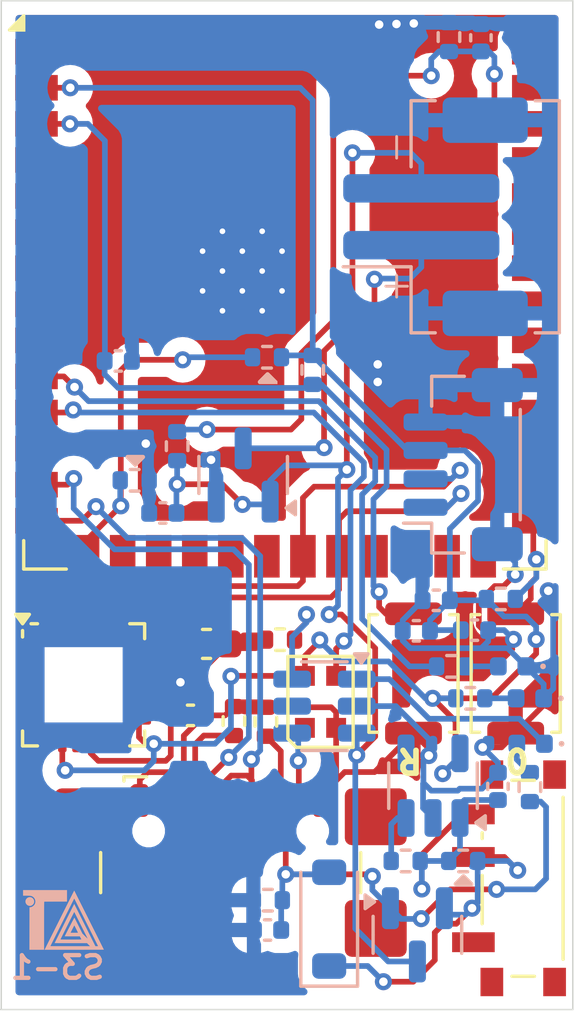
<source format=kicad_pcb>
(kicad_pcb (version 20240108) (generator "pcbnew") (generator_version "8.0")
  (layers (0 "F.Cu" signal) (31 "B.Cu" signal) (34 "B.Paste" user) (35 "F.Paste" user) (36 "B.SilkS" user "B.Silkscreen") (37 "F.SilkS" user "F.Silkscreen") (38 "B.Mask" user) (39 "F.Mask" user) (44 "Edge.Cuts" user))
  (net 0 "")
  (net 1 "EN")
  (net 2 "Net-(U1-CPOUT)")
  (net 3 "Net-(U1-REGOUT)")
  (net 4 "+3.3V")
  (net 5 "5V")
  (net 6 "GND")
  (net 7 "IO2")
  (net 8 "+5V")
  (net 9 "Net-(D4-A)")
  (net 10 "+BATT")
  (net 11 "Net-(D2-A)")
  (net 13 "USB_P")
  (net 16 "Net-(J2-CC2)")
  (net 19 "USB_N")
  (net 21 "Net-(J2-CC1)")
  (net 22 "Net-(D3-A)")
  (net 23 "Net-(D4-K)")
  (net 24 "IO18")
  (net 25 "VBUS")
  (net 27 "IO14")
  (net 28 "IO13")
  (net 29 "Net-(J3-Pin_2)")
  (net 30 "IO0")
  (net 31 "IO3")
  (net 32 "Net-(U3-CE)")
  (net 33 "IO17")
  (net 34 "Net-(U4-PROG)")
  (footprint "LED_SMD:LED_WS2812B-2020_PLCC4_2.0x2.0mm" (layer "F.Cu") (at 88.685 81.75 90)
    (property "Reference" "D5" (hide yes))
    (property "Value" "WS2812B" (hide yes))
  )
  (footprint "Resistor_SMD:R_0402_1005Metric" (layer "F.Cu") (at 85.635 82.425 90)
    (property "Reference" "R15" (hide yes))
    (property "Value" "5.1K" (hide yes))
  )
  (footprint "Button_Switch_SMD:SW_Push_SPST_NO_Alps_SKRK" (layer "F.Cu") (at 91.96 80.75 90)
    (property "Reference" "SW1" (hide yes))
    (property "Value" "SW_Push" (hide yes))
  )
  (footprint "Capacitor_SMD:C_0603_1608Metric" (layer "F.Cu") (at 84.67 79.71)
    (property "Reference" "C2" (hide yes))
    (property "Value" "2.2nF" (hide yes))
  )
  (footprint "Resistor_SMD:R_0402_1005Metric" (layer "F.Cu") (at 87.26 79.56 180)
    (property "Reference" "R13" (hide yes))
    (property "Value" "2K" (hide yes))
  )
  (footprint "Connector_USB:USB_C_Receptacle_GCT_USB4110" (layer "F.Cu") (at 85.52 88.9)
    (property "Reference" "J2" (hide yes))
    (property "Value" "USB_C_Receptacle_USB2.0_16P" (hide yes))
  )
  (footprint "Capacitor_SMD:C_0402_1005Metric" (layer "F.Cu") (at 84.105 82.225)
    (property "Reference" "C3" (hide yes))
    (property "Value" "100nF" (hide yes))
  )
  (footprint "RF_Module:ESP32-S3-WROOM-1" (layer "F.Cu") (at 87.43 64.125)
    (property "Reference" "U2" (hide yes))
    (property "Value" "ESP32-S3-WROOM-1" (hide yes))
  )
  (footprint "Resistor_SMD:R_0402_1005Metric" (layer "F.Cu") (at 86.76 82.45 90)
    (property "Reference" "R14" (hide yes))
    (property "Value" "5.1K" (hide yes))
  )
  (footprint "Button_Switch_SMD:SW_Push_SPST_NO_Alps_SKRK" (layer "F.Cu") (at 95.56 80.75 90)
    (property "Reference" "SW2" (hide yes))
    (property "Value" "SW_Push" (hide yes))
  )
  (footprint "Sensor_Motion:InvenSense_QFN-24_4x4mm_P0.5mm" (layer "F.Cu") (at 80.34 81.15)
    (property "Reference" "U1" (hide yes))
    (property "Value" "MPU-6050" (hide yes))
  )
  (footprint "Button_Switch_SMD:SW_SPDT_PCM12" (layer "F.Cu") (at 95.5 87.96 90)
    (property "Reference" "SW3" (hide yes))
    (property "Value" "SW_Push_SPDT" (hide yes))
  )
  (footprint "Resistor_SMD:R_0402_1005Metric" (layer "B.Cu") (at 93.71 87.35 180)
    (property "Reference" "R11" (hide yes))
    (property "Value" "NC" (hide yes))
  )
  (footprint "Connector_JST:JST_SH_BM04B-SRSS-TB_1x04-1MP_P1.00mm_Vertical" (layer "B.Cu") (at 93.71 73.4 90)
    (property "Reference" "J1" (hide yes))
    (property "Value" "JST SH1.0" (hide yes))
  )
  (footprint "Capacitor_SMD:C_0402_1005Metric" (layer "B.Cu") (at 94.935 84.725 90)
    (property "Reference" "C4" (hide yes))
    (property "Value" "100nF" (hide yes))
  )
  (footprint "Capacitor_SMD:C_0402_1005Metric" (layer "B.Cu") (at 94.335 58.375 90)
    (property "Reference" "C5" (hide yes))
    (property "Value" "100nF" (hide yes))
  )
  (footprint "Resistor_SMD:R_0402_1005Metric" (layer "B.Cu") (at 91.685 87.35)
    (property "Reference" "R6" (hide yes))
    (property "Value" "10K" (hide yes))
  )
  (footprint "Capacitor_SMD:C_0402_1005Metric" (layer "B.Cu") (at 81.56 69.75)
    (property "Reference" "C1" (hide yes))
    (property "Value" "1uF" (hide yes))
  )
  (footprint "Package_TO_SOT_SMD:SOT-23-5" (layer "B.Cu") (at 92.6475 84.7 90)
    (property "Reference" "U3" (hide yes))
    (property "Value" "ME6211C33M5" (hide yes))
  )
  (footprint "Connector_JST:JST_PH_B2B-PH-SM4-TB_1x02-1MP_P2.00mm_Vertical" (layer "B.Cu") (at 92.735 64.675 90)
    (property "Reference" "J3" (hide yes))
    (property "Value" "JST PH2.0" (hide yes))
  )
  (footprint "Package_TO_SOT_SMD:SOT-23" (layer "B.Cu") (at 92.0975 89.95 -90)
    (property "Reference" "Q1" (hide yes))
    (property "Value" "AO3401A" (hide yes))
  )
  (footprint "Resistor_SMD:R_0402_1005Metric" (layer "B.Cu") (at 83.635 72.75 -90)
    (property "Reference" "R7" (hide yes))
    (property "Value" "100K" (hide yes))
  )
  (footprint "Capacitor_SMD:C_0402_1005Metric" (layer "B.Cu") (at 94.11 79.225)
    (property "Reference" "C6" (hide yes))
    (property "Value" "100nF" (hide yes))
  )
  (footprint "Resistor_SMD:R_0402_1005Metric" (layer "B.Cu") (at 93.96 81.625 180)
    (property "Reference" "R9" (hide yes))
    (property "Value" "2K" (hide yes))
  )
  (footprint "Package_TO_SOT_SMD:SOT-23" (layer "B.Cu") (at 85.96 73.7625 90)
    (property "Reference" "Q2" (hide yes))
    (property "Value" "AO3400A" (hide yes))
  )
  (footprint "Package_TO_SOT_SMD:TSOT-23-6" (layer "B.Cu") (at 88.8225 81.9 180)
    (property "Reference" "U4" (hide yes))
    (property "Value" "TP4057" (hide yes))
  )
  (footprint "LED_SMD:LED_0402_1005Metric" (layer "B.Cu") (at 96.085 83.225 180)
    (property "Reference" "D4" (hide yes))
    (property "Value" "Blue" (hide yes))
  )
  (footprint "LED_SMD:LED_0402_1005Metric" (layer "B.Cu") (at 96.06 81.625 180)
    (property "Reference" "D2" (hide yes))
    (property "Value" "RED" (hide yes))
  )
  (footprint "Resistor_SMD:R_0402_1005Metric" (layer "B.Cu") (at 93.21 58.35 -90)
    (property "Reference" "R8" (hide yes))
    (property "Value" "100K" (hide yes))
  )
  (footprint "LED_SMD:LED_0402_1005Metric" (layer "B.Cu") (at 95.4325 80.5 180)
    (property "Reference" "D3" (hide yes))
    (property "Value" "GREEN" (hide yes))
  )
  (footprint "Resistor_SMD:R_0402_1005Metric" (layer "B.Cu") (at 95.035 78.125 180)
    (property "Reference" "R3" (hide yes))
    (property "Value" "10K" (hide yes))
  )
  (footprint "Capacitor_SMD:C_0402_1005Metric" (layer "B.Cu") (at 92.76 78.175 180)
    (property "Reference" "C7" (hide yes))
    (property "Value" "1uF" (hide yes))
  )
  (footprint "Diode_SMD:D_SOD-123" (layer "B.Cu") (at 88.99 89.3975 90)
    (property "Reference" "D1" (hide yes))
    (property "Value" "MBR0530" (hide yes))
  )
  (footprint "Resistor_SMD:R_0402_1005Metric" (layer "B.Cu") (at 82.14 73.95 180)
    (property "Reference" "R5" (hide yes))
    (property "Value" "NC" (hide yes))
  )
  (footprint "Capacitor_SMD:C_0402_1005Metric" (layer "B.Cu") (at 86.82 89.78)
    (property "Reference" "C9" (hide yes))
    (property "Value" "10uF" (hide yes))
  )
  (footprint "Resistor_SMD:R_0402_1005Metric" (layer "B.Cu") (at 86.8 69.62)
    (property "Reference" "R4" (hide yes))
    (property "Value" "NC" (hide yes))
  )
  (footprint "Resistor_SMD:R_0402_1005Metric" (layer "B.Cu") (at 86.83 88.73)
    (property "Reference" "R1" (hide yes))
    (property "Value" "10K" (hide yes))
  )
  (footprint "Resistor_SMD:R_0402_1005Metric" (layer "B.Cu") (at 96.06 84.75 -90)
    (property "Reference" "R12" (hide yes))
    (property "Value" "2K" (hide yes))
  )
  (footprint "LOGO" (layer "B.Cu") (at 79.71 89.4 180)
    (property "Reference" "G***" (hide yes))
    (property "Value" "LOGO" (hide yes))
  )
  (footprint "Resistor_SMD:R_0402_1005Metric" (layer "B.Cu") (at 88.41 70.065 90)
    (property "Reference" "R2" (hide yes))
    (property "Value" "10K" (hide yes))
  )
  (footprint "Capacitor_SMD:C_0402_1005Metric" (layer "B.Cu") (at 92.06 79.25 180)
    (property "Reference" "C8" (hide yes))
    (property "Value" "100nF" (hide yes))
  )
  (footprint "Resistor_SMD:R_0402_1005Metric" (layer "B.Cu") (at 93.285 80.5 180)
    (property "Reference" "R10" (hide yes))
    (property "Value" "2K" (hide yes))
  )
  (footprint "Capacitor_SMD:C_0402_1005Metric" (layer "B.Cu") (at 83.13 75.1 180)
    (property "Reference" "C10" (hide yes))
    (property "Value" "10uF" (hide yes))
  )
  (gr_poly (pts (xy 93.72 87.89) (xy 93.99 88.16) (xy 93.45 88.16)) (stroke (width 0.15)) (fill solid) (layer "B.SilkS"))
  (gr_poly (pts (xy 86.82 70.22) (xy 87.09 70.49) (xy 86.55 70.49)) (stroke (width 0.15)) (fill solid) (layer "B.SilkS"))
  (gr_poly (pts (xy 82.16 73.4) (xy 81.89 73.13) (xy 82.43 73.13)) (stroke (width 0.15)) (fill solid) (layer "B.SilkS"))
  (gr_line (start 97.57 92.58) (end 97.57 57.07) (stroke (width 0.05)) (layer "Edge.Cuts"))
  (gr_line (start 77.42 92.58) (end 97.57 92.58) (stroke (width 0.05)) (layer "Edge.Cuts"))
  (gr_line (start 77.44 57.07) (end 77.44 92.58) (stroke (width 0.05)) (layer "Edge.Cuts"))
  (gr_line (start 77.44 57.07) (end 97.57 57.07) (stroke (width 0.05)) (layer "Edge.Cuts"))
  (gr_text "-" (at 91.875 62.915 90) (layer "B.SilkS") (effects (font (size 1 1) (thickness 0.1)) (justify right bottom mirror)))
  (gr_text "+\n" (at 91.875 66.435 90) (layer "B.SilkS") (effects (font (size 1 1) (thickness 0.1)) (justify left bottom mirror)))
  (gr_text "S3-1" (at 81.16 91.57 0) (layer "B.SilkS") (effects (font (size 0.8 0.8) (thickness 0.15) (bold yes)) (justify left bottom mirror)))
  (gr_text "0" (at 96.12 83.34 180) (layer "F.SilkS") (effects (font (size 0.8 0.8) (thickness 0.2) (bold yes)) (justify left bottom)))
  (gr_text "R" (at 92.37 83.35 180) (layer "F.SilkS") (effects (font (size 0.8 0.8) (thickness 0.2) (bold yes)) (justify left bottom)))
  (segment (start 78.68 61.405) (end 79.86 61.405) (width 0.2) (layer "F.Cu") (net 1))
  (segment (start 90.99 78.65) (end 91.96 78.65) (width 0.2) (layer "F.Cu") (net 1))
  (segment (start 90.75 77.875002) (end 90.75 78.41) (width 0.2) (layer "F.Cu") (net 1))
  (segment (start 90.75 78.41) (end 90.99 78.65) (width 0.2) (layer "F.Cu") (net 1))
  (via (at 79.86 61.405) (size 0.6) (drill 0.3) (layers "F.Cu" "B.Cu") (net 1))
  (via (at 90.75 77.875002) (size 0.6) (drill 0.3) (layers "F.Cu" "B.Cu") (net 1))
  (segment (start 79.86 61.405) (end 80.49 61.405) (width 0.2) (layer "B.Cu") (net 1))
  (segment (start 91.011472 72.876472) (end 88.71 70.575) (width 0.2) (layer "B.Cu") (net 1))
  (segment (start 90.55 74.616372) (end 91.011472 74.1549) (width 0.2) (layer "B.Cu") (net 1))
  (segment (start 91.011472 74.1549) (end 91.011472 72.876472) (width 0.2) (layer "B.Cu") (net 1))
  (segment (start 90.55 77.675002) (end 90.55 74.616372) (width 0.2) (layer "B.Cu") (net 1))
  (segment (start 81.09 69.74) (end 81.08 69.75) (width 0.2) (layer "B.Cu") (net 1))
  (segment (start 90.75 77.875002) (end 90.55 77.675002) (width 0.2) (layer "B.Cu") (net 1))
  (segment (start 88.41 70.575) (end 88.285 70.7) (width 0.2) (layer "B.Cu") (net 1))
  (segment (start 80.49 61.405) (end 81.09 62.005) (width 0.2) (layer "B.Cu") (net 1))
  (segment (start 81.56 70.7) (end 81.08 70.22) (width 0.2) (layer "B.Cu") (net 1))
  (segment (start 81.09 62.005) (end 81.09 69.74) (width 0.2) (layer "B.Cu") (net 1))
  (segment (start 88.285 70.7) (end 81.56 70.7) (width 0.2) (layer "B.Cu") (net 1))
  (segment (start 88.71 70.575) (end 88.41 70.575) (width 0.2) (layer "B.Cu") (net 1))
  (segment (start 81.08 70.22) (end 81.08 69.75) (width 0.2) (layer "B.Cu") (net 1))
  (segment (start 83.675 78.475) (end 81.235 78.475) (width 0.2) (layer "F.Cu") (net 2))
  (segment (start 81.09 78.62) (end 81.09 79.2) (width 0.2) (layer "F.Cu") (net 2))
  (segment (start 83.895 78.695) (end 83.675 78.475) (width 0.2) (layer "F.Cu") (net 2))
  (segment (start 81.235 78.475) (end 81.09 78.62) (width 0.2) (layer "F.Cu") (net 2))
  (segment (start 83.895 79.71) (end 83.895 78.695) (width 0.2) (layer "F.Cu") (net 2))
  (segment (start 80.59 83.1) (end 80.59 83.55741) (width 0.2) (layer "F.Cu") (net 3))
  (segment (start 83.235 83.825) (end 83.41 83.65) (width 0.2) (layer "F.Cu") (net 3))
  (segment (start 83.41 83.65) (end 83.41 82.44) (width 0.2) (layer "F.Cu") (net 3))
  (segment (start 80.59 83.55741) (end 80.85759 83.825) (width 0.2) (layer "F.Cu") (net 3))
  (segment (start 83.41 82.44) (end 83.625 82.225) (width 0.2) (layer "F.Cu") (net 3))
  (segment (start 80.85759 83.825) (end 83.235 83.825) (width 0.2) (layer "F.Cu") (net 3))
  (segment (start 78.68 60.135) (end 79.87 60.135) (width 0.2) (layer "F.Cu") (net 4))
  (segment (start 88.135 80.133924) (end 88.135 80.835) (width 0.2) (layer "F.Cu") (net 4))
  (segment (start 92.986595 84.275) (end 93.44 83.821595) (width 0.2) (layer "F.Cu") (net 4))
  (segment (start 94.705 81.625) (end 96.28017 80.04983) (width 0.2) (layer "F.Cu") (net 4))
  (segment (start 85.53 80.85) (end 85.545 80.835) (width 0.2) (layer "F.Cu") (net 4))
  (segment (start 88.658723 79.610201) (end 88.135 80.133924) (width 0.2) (layer "F.Cu") (net 4))
  (segment (start 79.69 84.16) (end 79.59 84.06) (width 0.2) (layer "F.Cu") (net 4))
  (segment (start 82.81 83.225) (end 82.525 83.225) (width 0.2) (layer "F.Cu") (net 4))
  (segment (start 93.44 82.43) (end 92.635 81.625) (width 0.2) (layer "F.Cu") (net 4))
  (segment (start 92.635 81.625) (end 94.705 81.625) (width 0.2) (layer "F.Cu") (net 4))
  (segment (start 82.525 83.225) (end 82.29 82.99) (width 0.2) (layer "F.Cu") (net 4))
  (segment (start 79.59 84.06) (end 79.59 83.1) (width 0.2) (layer "F.Cu") (net 4))
  (segment (start 88.658723 79.571453) (end 88.658723 79.610201) (width 0.2) (layer "F.Cu") (net 4))
  (segment (start 96.28017 80.04983) (end 96.28017 79.55) (width 0.2) (layer "F.Cu") (net 4))
  (segment (start 82.29 82.99) (end 82.29 82.4) (width 0.2) (layer "F.Cu") (net 4))
  (segment (start 85.545 80.835) (end 88.135 80.835) (width 0.2) (layer "F.Cu") (net 4))
  (segment (start 93.44 83.821595) (end 93.44 82.43) (width 0.2) (layer "F.Cu") (net 4))
  (via (at 79.87 60.135) (size 0.6) (drill 0.3) (layers "F.Cu" "B.Cu") (net 4))
  (via (at 85.53 80.85) (size 0.6) (drill 0.3) (layers "F.Cu" "B.Cu") (net 4))
  (via (at 92.635 81.625) (size 0.6) (drill 0.3) (layers "F.Cu" "B.Cu") (net 4))
  (via (at 88.658723 79.571453) (size 0.6) (drill 0.3) (layers "F.Cu" "B.Cu") (net 4))
  (via (at 79.69 84.16) (size 0.6) (drill 0.3) (layers "F.Cu" "B.Cu") (net 4))
  (via (at 92.986595 84.275) (size 0.6) (drill 0.3) (layers "F.Cu" "B.Cu") (net 4))
  (via (at 96.28017 79.55) (size 0.6) (drill 0.3) (layers "F.Cu" "B.Cu") (net 4))
  (via (at 82.81 83.225) (size 0.6) (drill 0.3) (layers "F.Cu" "B.Cu") (net 4))
  (segment (start 92.565 79.225) (end 92.54 79.25) (width 0.2) (layer "B.Cu") (net 4))
  (segment (start 94.525 78.125) (end 95.145 78.745) (width 0.2) (layer "B.Cu") (net 4))
  (segment (start 87.375 69.555) (end 87.31 69.62) (width 0.2) (layer "B.Cu") (net 4))
  (segment (start 93.45 81.625) (end 92.635 81.625) (width 0.2) (layer "B.Cu") (net 4))
  (segment (start 85.53 82.66) (end 85.53 80.85) (width 0.2) (layer "B.Cu") (net 4))
  (segment (start 96.28017 79.10017) (end 96.28017 79.55) (width 0.2) (layer "B.Cu") (net 4))
  (segment (start 93.5975 83.664095) (end 92.986595 84.275) (width 0.2) (layer "B.Cu") (net 4))
  (segment (start 93.24 78.175) (end 93.24 75.66) (width 0.2) (layer "B.Cu") (net 4))
  (segment (start 95.925 78.745) (end 96.28017 79.10017) (width 0.2) (layer "B.Cu") (net 4))
  (segment (start 93.24 75.66) (end 94.233299 74.666701) (width 0.2) (layer "B.Cu") (net 4))
  (segment (start 94.475 78.175) (end 93.24 78.175) (width 0.2) (layer "B.Cu") (net 4))
  (segment (start 88.41 69.555) (end 87.375 69.555) (width 0.2) (layer "B.Cu") (net 4))
  (segment (start 88.658723 79.608328) (end 88.658723 79.571453) (width 0.2) (layer "B.Cu") (net 4))
  (segment (start 82.81 83.83) (end 82.48 84.16) (width 0.2) (layer "B.Cu") (net 4))
  (segment (start 82.81 83.225) (end 82.81 83.83) (width 0.2) (layer "B.Cu") (net 4))
  (segment (start 94.233299 74.666701) (end 94.233299 73.363299) (width 0.2) (layer "B.Cu") (net 4))
  (segment (start 88.41 69.555) (end 91.755 72.9) (width 0.2) (layer "B.Cu") (net 4))
  (segment (start 92.379314 81.625) (end 91.082157 80.327843) (width 0.2) (layer "B.Cu") (net 4))
  (segment (start 82.81 83.225) (end 84.965 83.225) (width 0.2) (layer "B.Cu") (net 4))
  (segment (start 88.41 60.575) (end 88.41 69.555) (width 0.2) (layer "B.Cu") (net 4))
  (segment (start 94.233299 73.363299) (end 93.77 72.9) (width 0.2) (layer "B.Cu") (net 4))
  (segment (start 84.965 83.225) (end 85.53 82.66) (width 0.2) (layer "B.Cu") (net 4))
  (segment (start 93.5975 83.5625) (end 93.5975 83.664095) (width 0.2) (layer "B.Cu") (net 4))
  (segment (start 92.54 79.25) (end 92.54 78.875) (width 0.2) (layer "B.Cu") (net 4))
  (segment (start 82.48 84.16) (end 79.69 84.16) (width 0.2) (layer "B.Cu") (net 4))
  (segment (start 95.145 78.745) (end 95.925 78.745) (width 0.2) (layer "B.Cu") (net 4))
  (segment (start 94.525 78.125) (end 94.475 78.175) (width 0.2) (layer "B.Cu") (net 4))
  (segment (start 93.77 72.9) (end 92.385 72.9) (width 0.2) (layer "B.Cu") (net 4))
  (segment (start 93.63 79.225) (end 92.565 79.225) (width 0.2) (layer "B.Cu") (net 4))
  (segment (start 89.378238 80.327843) (end 88.658723 79.608328) (width 0.2) (layer "B.Cu") (net 4))
  (segment (start 92.54 78.875) (end 93.24 78.175) (width 0.2) (layer "B.Cu") (net 4))
  (segment (start 92.635 81.625) (end 92.379314 81.625) (width 0.2) (layer "B.Cu") (net 4))
  (segment (start 91.755 72.9) (end 92.385 72.9) (width 0.2) (layer "B.Cu") (net 4))
  (segment (start 79.87 60.135) (end 87.97 60.135) (width 0.2) (layer "B.Cu") (net 4))
  (segment (start 91.082157 80.327843) (end 89.378238 80.327843) (width 0.2) (layer "B.Cu") (net 4))
  (segment (start 87.97 60.135) (end 88.41 60.575) (width 0.2) (layer "B.Cu") (net 4))
  (segment (start 92.253046 87.126954) (end 92.253046 88.335951) (width 0.2) (layer "F.Cu") (net 5))
  (segment (start 94.07 85.71) (end 93.67 85.71) (width 0.2) (layer "F.Cu") (net 5))
  (segment (start 93.67 85.71) (end 92.253046 87.126954) (width 0.2) (layer "F.Cu") (net 5))
  (via (at 92.253046 88.335951) (size 0.6) (drill 0.3) (layers "F.Cu" "B.Cu") (net 5))
  (segment (start 93.5975 85.3625) (end 93.5975 85.775) (width 0.2) (layer "B.Cu") (net 5))
  (segment (start 93.5975 86.9525) (end 93.2 87.35) (width 0.2) (layer "B.Cu") (net 5))
  (segment (start 93.5975 85.8375) (end 93.5975 86.9525) (width 0.2) (layer "B.Cu") (net 5))
  (segment (start 92.253046 87.408046) (end 92.195 87.35) (width 0.2) (layer "B.Cu") (net 5))
  (segment (start 92.253046 88.335951) (end 92.253046 87.408046) (width 0.2) (layer "B.Cu") (net 5))
  (segment (start 93.755 85.205) (end 93.5975 85.3625) (width 0.2) (layer "B.Cu") (net 5))
  (segment (start 94.935 85.205) (end 93.755 85.205) (width 0.2) (layer "B.Cu") (net 5))
  (segment (start 92.195 87.35) (end 93.2 87.35) (width 0.2) (layer "B.Cu") (net 5))
  (segment (start 93.5975 85.775) (end 93.5975 85.8375) (width 0.2) (layer "B.Cu") (net 5))
  (segment (start 82.32 85.22) (end 82.32 84.49) (width 0.2) (layer "F.Cu") (net 6))
  (segment (start 89.235 84.52) (end 89.235 82.665) (width 0.2) (layer "F.Cu") (net 6))
  (segment (start 94.26 78.235) (end 94.82 77.675) (width 0.2) (layer "F.Cu") (net 6))
  (segment (start 83.87 83.95) (end 83.87 82.94) (width 0.2) (layer "F.Cu") (net 6))
  (segment (start 89.06 81.94) (end 89.235 82.115) (width 0.2) (layer "F.Cu") (net 6))
  (segment (start 88.735 85.02) (end 89.235 84.52) (width 0.2) (layer "F.Cu") (net 6))
  (segment (start 84.585 82.225) (end 85.325 82.225) (width 0.2) (layer "F.Cu") (net 6))
  (segment (start 96.949209 81.460791) (end 95.56 82.85) (width 0.2) (layer "F.Cu") (net 6))
  (segment (start 86.6 79.71) (end 86.75 79.56) (width 0.2) (layer "F.Cu") (net 6))
  (segment (start 82.32 84.49) (end 82.585 84.225) (width 0.2) (layer "F.Cu") (net 6))
  (segment (start 95.060002 83.349998) (end 95.56 82.85) (width 0.2) (layer "F.Cu") (net 6))
  (segment (start 94.82 77.675) (end 95.134178 77.675) (width 0.2) (layer "F.Cu") (net 6))
  (segment (start 90.59 84.22) (end 89.535 84.22) (width 0.2) (layer "F.Cu") (net 6))
  (segment (start 85.445 79.71) (end 84.585 80.57) (width 0.2) (layer "F.Cu") (net 6))
  (segment (start 85.445 79.71) (end 86.6 79.71) (width 0.2) (layer "F.Cu") (net 6))
  (segment (start 82.29 79.9) (end 82.861304 79.9) (width 0.2) (layer "F.Cu") (net 6))
  (segment (start 96.706464 77.839767) (end 96.949209 78.082512) (width 0.2) (layer "F.Cu") (net 6))
  (segment (start 94.3975 83.349998) (end 95.060002 83.349998) (width 0.2) (layer "F.Cu") (net 6))
  (segment (start 89.535 84.22) (end 89.235 84.52) (width 0.2) (layer "F.Cu") (net 6))
  (segment (start 83.595 84.225) (end 83.87 83.95) (width 0.2) (layer "F.Cu") (net 6))
  (segment (start 95.480167 79.55) (end 94.747352 79.55) (width 0.2) (layer "F.Cu") (net 6))
  (segment (start 83.75 80.788696) (end 83.75 81.06) (width 0.2) (layer "F.Cu") (net 6))
  (segment (start 94.747352 79.55) (end 94.26 79.062648) (width 0.2) (layer "F.Cu") (net 6))
  (segment (start 95.134178 77.675) (end 95.542508 77.26667) (width 0.2) (layer "F.Cu") (net 6))
  (segment (start 94.26 79.062648) (end 94.26 78.235) (width 0.2) (layer "F.Cu") (net 6))
  (segment (start 85.325 82.225) (end 85.635 81.915) (width 0.2) (layer "F.Cu") (net 6))
  (segment (start 86.76 81.94) (end 89.06 81.94) (width 0.2) (layer "F.Cu") (net 6))
  (segment (start 96.949209 78.082512) (end 96.949209 81.460791) (width 0.2) (layer "F.Cu") (net 6))
  (segment (start 82.585 84.225) (end 83.595 84.225) (width 0.2) (layer "F.Cu") (net 6))
  (segment (start 91.96 82.85) (end 90.59 84.22) (width 0.2) (layer "F.Cu") (net 6))
  (segment (start 83.87 82.94) (end 84.585 82.225) (width 0.2) (layer "F.Cu") (net 6))
  (segment (start 82.861304 79.9) (end 83.75 80.788696) (width 0.2) (layer "F.Cu") (net 6))
  (segment (start 89.235 82.115) (end 89.235 82.665) (width 0.2) (layer "F.Cu") (net 6))
  (segment (start 92.5 83.39) (end 91.96 82.85) (width 0.2) (layer "F.Cu") (net 6))
  (segment (start 84.585 80.57) (end 84.585 82.225) (width 0.2) (layer "F.Cu") (net 6))
  (segment (start 92.5 83.64) (end 92.5 83.39) (width 0.2) (layer "F.Cu") (net 6))
  (via (at 96.706464 77.839767) (size 0.6) (drill 0.3) (layers "F.Cu" "B.Cu") (net 6))
  (via (at 82.53 72.66) (size 0.6) (drill 0.3) (layers "F.Cu" "B.Cu") (net 6))
  (via (at 91.97 57.87) (size 0.6) (drill 0.3) (layers "F.Cu" "B.Cu") (net 6))
  (via (at 90.75 57.91) (size 0.6) (drill 0.3) (layers "F.Cu" "B.Cu") (net 6))
  (via (at 94.3975 83.349998) (size 0.6) (drill 0.3) (layers "F.Cu" "B.Cu") (net 6))
  (via (at 92.5 83.64) (size 0.6) (drill 0.3) (layers "F.Cu" "B.Cu") (net 6))
  (via (at 91.36 57.89) (size 0.6) (drill 0.3) (layers "F.Cu" "B.Cu") (net 6))
  (via (at 83.75 81.06) (size 0.6) (drill 0.3) (layers "F.Cu" "B.Cu") (net 6))
  (via (at 90.7 69.87) (size 0.6) (drill 0.3) (layers "F.Cu" "B.Cu") (net 6))
  (via (at 84.83 73.23) (size 0.6) (drill 0.3) (layers "F.Cu" "B.Cu") (net 6))
  (via (at 90.7 70.49) (size 0.6) (drill 0.3) (layers "F.Cu" "B.Cu") (net 6))
  (via (at 95.480167 79.55) (size 0.6) (drill 0.3) (layers "F.Cu" "B.Cu") (net 6))
  (via (at 95.542508 77.26667) (size 0.6) (drill 0.3) (layers "F.Cu" "B.Cu") (net 6))
  (segment (start 95.9175 80.5) (end 95.2775 79.86) (width 0.2) (layer "B.Cu") (net 6))
  (segment (start 96.545 81.1275) (end 95.9175 80.5) (width 0.2) (layer "B.Cu") (net 6))
  (segment (start 91.58 78.875) (end 92.28 78.175) (width 0.2) (layer "B.Cu") (net 6))
  (segment (start 95.542508 76.832508) (end 94.91 76.2) (width 0.2) (layer "B.Cu") (net 6))
  (segment (start 92.5 83.061948) (end 91.338052 81.9) (width 0.2) (layer "B.Cu") (net 6))
  (segment (start 94.35 79.86) (end 94.59 79.62) (width 0.2) (layer "B.Cu") (net 6))
  (segment (start 94.935 84.245) (end 94.375 84.805) (width 0.2) (layer "B.Cu") (net 6))
  (segment (start 92.5 83.64) (end 92.31 83.83) (width 0.2) (layer "B.Cu") (net 6))
  (segment (start 96.706464 77.839767) (end 96.88017 78.013473) (width 0.2) (layer "B.Cu") (net 6))
  (segment (start 91.58 79.595) (end 91.845 79.86) (width 0.2) (layer "B.Cu") (net 6))
  (segment (start 92.2975 84.6325) (end 92.32 84.61) (width 0.2) (layer "B.Cu") (net 6))
  (segment (start 92.31 83.83) (end 92.31 84.6) (width 0.2) (layer "B.Cu") (net 6))
  (segment (start 91.58 79.25) (end 91.58 79.595) (width 0.2) (layer "B.Cu") (net 6))
  (segment (start 91.338052 81.9) (end 89.96 81.9) (width 0.2) (layer "B.Cu") (net 6))
  (segment (start 92.2975 85.4875) (end 92.2975 84.6325) (width 0.2) (layer "B.Cu") (net 6))
  (segment (start 95.155167 79.225) (end 95.480167 79.55) (width 0.2) (layer "B.Cu") (net 6))
  (segment (start 96.88017 78.013473) (end 96.88017 81.28983) (width 0.2) (layer "B.Cu") (net 6))
  (segment (start 91.58 79.25) (end 91.58 78.875) (width 0.2) (layer "B.Cu") (net 6))
  (segment (start 92.5 83.64) (end 92.5 83.061948) (width 0.2) (layer "B.Cu") (net 6))
  (segment (start 95.542508 77.26667) (end 95.542508 76.832508) (width 0.2) (layer "B.Cu") (net 6))
  (segment (start 93.589315 84.805) (end 93.519315 84.875) (width 0.2) (layer "B.Cu") (net 6))
  (segment (start 94.59 79.62) (end 94.59 79.225) (width 0.2) (layer "B.Cu") (net 6))
  (segment (start 94.935 83.887498) (end 94.3975 83.349998) (width 0.2) (layer "B.Cu") (net 6))
  (segment (start 94.59 79.225) (end 95.155167 79.225) (width 0.2) (layer "B.Cu") (net 6))
  (segment (start 92.585 84.875) (end 92.32 84.61) (width 0.2) (layer "B.Cu") (net 6))
  (segment (start 96.545 81.625) (end 96.545 81.1275) (width 0.2) (layer "B.Cu") (net 6))
  (segment (start 92.31 84.6) (end 92.32 84.61) (width 0.2) (layer "B.Cu") (net 6))
  (segment (start 94.375 84.805) (end 93.589315 84.805) (width 0.2) (layer "B.Cu") (net 6))
  (segment (start 93.519315 84.875) (end 92.585 84.875) (width 0.2) (layer "B.Cu") (net 6))
  (segment (start 96.88017 81.28983) (end 96.545 81.625) (width 0.2) (layer "B.Cu") (net 6))
  (segment (start 95.2775 79.86) (end 94.35 79.86) (width 0.2) (layer "B.Cu") (net 6))
  (segment (start 91.845 79.86) (end 94.35 79.86) (width 0.2) (layer "B.Cu") (net 6))
  (segment (start 94.935 84.245) (end 94.935 83.887498) (width 0.2) (layer "B.Cu") (net 6))
  (segment (start 92.6475 85.8375) (end 92.2975 85.4875) (width 0.2) (layer "B.Cu") (net 6))
  (segment (start 89.135 68.35) (end 88.01 69.475) (width 0.2) (layer "F.Cu") (net 7))
  (segment (start 88.01 69.475) (end 88.01 71.8) (width 0.2) (layer "F.Cu") (net 7))
  (segment (start 94.915 61.405) (end 96.18 61.405) (width 0.2) (layer "F.Cu") (net 7))
  (segment (start 88.01 71.8) (end 87.645 72.165) (width 0.2) (layer "F.Cu") (net 7))
  (segment (start 89.425 59.71) (end 89.135 60) (width 0.2) (layer "F.Cu") (net 7))
  (segment (start 94.81 61.3) (end 94.915 61.405) (width 0.2) (layer "F.Cu") (net 7))
  (segment (start 87.645 72.165) (end 84.685 72.165) (width 0.2) (layer "F.Cu") (net 7))
  (segment (start 94.81 59.65) (end 94.81 61.3) (width 0.2) (layer "F.Cu") (net 7))
  (segment (start 92.585 59.71) (end 89.425 59.71) (width 0.2) (layer "F.Cu") (net 7))
  (segment (start 89.135 60) (end 89.135 68.35) (width 0.2) (layer "F.Cu") (net 7))
  (via (at 84.685 72.165) (size 0.6) (drill 0.3) (layers "F.Cu" "B.Cu") (net 7))
  (via (at 94.81 59.65) (size 0.6) (drill 0.3) (layers "F.Cu" "B.Cu") (net 7))
  (via (at 92.585 59.71) (size 0.6) (drill 0.3) (layers "F.Cu" "B.Cu") (net 7))
  (segment (start 84.685 72.165) (end 83.71 72.165) (width 0.2) (layer "B.Cu") (net 7))
  (segment (start 92.585 59.125) (end 92.585 59.71) (width 0.2) (layer "B.Cu") (net 7))
  (segment (start 94.81 59.65) (end 94.81 59.05) (width 0.2) (layer "B.Cu") (net 7))
  (segment (start 92.855 58.855) (end 92.585 59.125) (width 0.2) (layer "B.Cu") (net 7))
  (segment (start 94.615 58.855) (end 94.335 58.855) (width 0.2) (layer "B.Cu") (net 7))
  (segment (start 94.81 59.05) (end 94.615 58.855) (width 0.2) (layer "B.Cu") (net 7))
  (segment (start 83.71 72.165) (end 83.635 72.24) (width 0.2) (layer "B.Cu") (net 7))
  (segment (start 94.335 58.855) (end 92.855 58.855) (width 0.2) (layer "B.Cu") (net 7))
  (segment (start 95.63 87.68) (end 95.16 87.21) (width 0.2) (layer "F.Cu") (net 8))
  (segment (start 90.9 91.6) (end 91.95 91.6) (width 0.2) (layer "F.Cu") (net 8))
  (segment (start 93.47 89.56) (end 94.0175 89.0125) (width 0.2) (layer "F.Cu") (net 8))
  (segment (start 95.16 87.21) (end 94.07 87.21) (width 0.2) (layer "F.Cu") (net 8))
  (segment (start 93.02 89.56) (end 93.47 89.56) (width 0.2) (layer "F.Cu") (net 8))
  (segment (start 91.95 91.6) (end 92.71 90.84) (width 0.2) (layer "F.Cu") (net 8))
  (segment (start 92.71 90.84) (end 92.71 89.87) (width 0.2) (layer "F.Cu") (net 8))
  (segment (start 94.0175 89.0125) (end 94.0225 89.0125) (width 0.2) (layer "F.Cu") (net 8))
  (segment (start 92.71 89.87) (end 93.02 89.56) (width 0.2) (layer "F.Cu") (net 8))
  (via (at 95.63 87.68) (size 0.6) (drill 0.3) (layers "F.Cu" "B.Cu") (net 8))
  (via (at 90.9 91.6) (size 0.6) (drill 0.3) (layers "F.Cu" "B.Cu") (net 8))
  (via (at 94.0225 89.0125) (size 0.6) (drill 0.3) (layers "F.Cu" "B.Cu") (net 8))
  (segment (start 95.3 87.35) (end 95.63 87.68) (width 0.2) (layer "B.Cu") (net 8))
  (segment (start 93.795 89.24) (end 94.0225 89.0125) (width 0.2) (layer "B.Cu") (net 8))
  (segment (start 93.275 89.24) (end 93.795 89.24) (width 0.2) (layer "B.Cu") (net 8))
  (segment (start 94.22 87.35) (end 95.3 87.35) (width 0.2) (layer "B.Cu") (net 8))
  (segment (start 90.3475 91.0475) (end 90.9 91.6) (width 0.2) (layer "B.Cu") (net 8))
  (segment (start 94.22 88.815) (end 94.0225 89.0125) (width 0.2) (layer "B.Cu") (net 8))
  (segment (start 94.22 87.35) (end 94.22 88.815) (width 0.2) (layer "B.Cu") (net 8))
  (segment (start 94.0225 87.5475) (end 94.22 87.35) (width 0.2) (layer "B.Cu") (net 8))
  (segment (start 93.0475 89.0125) (end 93.275 89.24) (width 0.2) (layer "B.Cu") (net 8))
  (segment (start 88.99 91.0475) (end 90.3475 91.0475) (width 0.2) (layer "B.Cu") (net 8))
  (segment (start 95.6 83.225) (end 95.6 83.78) (width 0.2) (layer "B.Cu") (net 9))
  (segment (start 95.6 83.78) (end 96.06 84.24) (width 0.2) (layer "B.Cu") (net 9))
  (segment (start 83.635 74.09) (end 85.225 74.09) (width 0.2) (layer "F.Cu") (net 10))
  (segment (start 88.990003 78.675) (end 89.422453 78.675) (width 0.2) (layer "F.Cu") (net 10))
  (segment (start 85.225 74.09) (end 85.935 74.8) (width 0.2) (layer "F.Cu") (net 10))
  (segment (start 90.61 79.862547) (end 90.61 82.97) (width 0.2) (layer "F.Cu") (net 10))
  (segment (start 89.611472 73.575) (end 89.611472 69.223528) (width 0.2) (layer "F.Cu") (net 10))
  (segment (start 90.585 68.25) (end 90.585 66.875) (width 0.2) (layer "F.Cu") (net 10))
  (segment (start 90.61 82.97) (end 89.96 83.62) (width 0.2) (layer "F.Cu") (net 10))
  (segment (start 89.422453 78.675) (end 90.61 79.862547) (width 0.2) (layer "F.Cu") (net 10))
  (segment (start 89.611472 69.223528) (end 90.585 68.25) (width 0.2) (layer "F.Cu") (net 10))
  (via (at 88.990003 78.675) (size 0.6) (drill 0.3) (layers "F.Cu" "B.Cu") (net 10))
  (via (at 85.935 74.8) (size 0.6) (drill 0.3) (layers "F.Cu" "B.Cu") (net 10))
  (via (at 83.635 74.09) (size 0.6) (drill 0.3) (layers "F.Cu" "B.Cu") (net 10))
  (via (at 89.96 83.62) (size 0.6) (drill 0.3) (layers "F.Cu" "B.Cu") (net 10))
  (via (at 90.585 66.875) (size 0.6) (drill 0.3) (layers "F.Cu" "B.Cu") (net 10))
  (via (at 89.611472 73.575) (size 0.6) (drill 0.3) (layers "F.Cu" "B.Cu") (net 10))
  (segment (start 92.235 66.45) (end 92.235 65.675) (width 0.2) (layer "B.Cu") (net 10))
  (segment (start 89.91 89.73) (end 91.0675 90.8875) (width 0.2) (layer "B.Cu") (net 10))
  (segment (start 89.96 83.62) (end 89.91 83.67) (width 0.2) (layer "B.Cu") (net 10))
  (segment (start 91.0675 90.8875) (end 92.0975 90.8875) (width 0.2) (layer "B.Cu") (net 10))
  (segment (start 89.3 73.886472) (end 89.611472 73.575) (width 0.2) (layer "B.Cu") (net 10))
  (segment (start 83.635 74.09) (end 83.635 73.26) (width 0.2) (layer "B.Cu") (net 10))
  (segment (start 89.91 83.67) (end 89.91 89.73) (width 0.2) (layer "B.Cu") (net 10))
  (segment (start 83.635 74.09) (end 83.61 74.115) (width 0.2) (layer "B.Cu") (net 10))
  (segment (start 89.3 78.365003) (end 89.3 73.886472) (width 0.2) (layer "B.Cu") (net 10))
  (segment (start 86.81 74.8) (end 86.91 74.7) (width 0.2) (layer "B.Cu") (net 10))
  (segment (start 90.585 66.875) (end 90.61 66.85) (width 0.2) (layer "B.Cu") (net 10))
  (segment (start 86.91 74.7) (end 86.91 73.962501) (width 0.2) (layer "B.Cu") (net 10))
  (segment (start 85.935 74.8) (end 86.81 74.8) (width 0.2) (layer "B.Cu") (net 10))
  (segment (start 90.61 66.85) (end 91.835 66.85) (width 0.2) (layer "B.Cu") (net 10))
  (segment (start 89.462207 73.425735) (end 89.611472 73.575) (width 0.2) (layer "B.Cu") (net 10))
  (segment (start 87.446766 73.425735) (end 89.462207 73.425735) (width 0.2) (layer "B.Cu") (net 10))
  (segment (start 83.61 74.115) (end 83.61 75.1) (width 0.2) (layer "B.Cu") (net 10))
  (segment (start 86.91 73.962501) (end 87.446766 73.425735) (width 0.2) (layer "B.Cu") (net 10))
  (segment (start 88.990003 78.675) (end 89.3 78.365003) (width 0.2) (layer "B.Cu") (net 10))
  (segment (start 91.835 66.85) (end 92.235 66.45) (width 0.2) (layer "B.Cu") (net 10))
  (segment (start 89.96 83.62) (end 89.96 82.85) (width 0.2) (layer "B.Cu") (net 10))
  (segment (start 94.47 81.625) (end 95.575 81.625) (width 0.2) (layer "B.Cu") (net 11))
  (segment (start 86.25 83.77) (end 86.25 85.2) (width 0.2) (layer "F.Cu") (net 13))
  (segment (start 85.27 85.22) (end 85.27 84.61259) (width 0.2) (layer "F.Cu") (net 13))
  (segment (start 86.10241 84.345) (end 86.27 84.51259) (width 0.2) (layer "F.Cu") (net 13))
  (segment (start 85.285 85.205) (end 85.27 85.22) (width 0.2) (layer "F.Cu") (net 13))
  (segment (start 86.27 84.51259) (end 86.27 85.22) (width 0.2) (layer "F.Cu") (net 13))
  (segment (start 86.25 85.2) (end 86.27 85.22) (width 0.2) (layer "F.Cu") (net 13))
  (segment (start 80.276471 75.375) (end 78.68 75.375) (width 0.2) (layer "F.Cu") (net 13))
  (segment (start 85.27 84.61259) (end 85.53759 84.345) (width 0.2) (layer "F.Cu") (net 13))
  (segment (start 80.775148 74.876323) (end 80.276471 75.375) (width 0.2) (layer "F.Cu") (net 13))
  (segment (start 85.285 85.02) (end 85.285 85.205) (width 0.2) (layer "F.Cu") (net 13))
  (segment (start 85.53759 84.345) (end 86.10241 84.345) (width 0.2) (layer "F.Cu") (net 13))
  (via (at 86.25 83.77) (size 0.6) (drill 0.3) (layers "F.Cu" "B.Cu") (net 13))
  (via (at 80.775148 74.876323) (size 0.6) (drill 0.3) (layers "F.Cu" "B.Cu") (net 13))
  (segment (start 86.56 83.46) (end 86.25 83.77) (width 0.2) (layer "B.Cu") (net 13))
  (segment (start 85.92 75.98) (end 86.56 76.62) (width 0.2) (layer "B.Cu") (net 13))
  (segment (start 81.878825 75.98) (end 85.92 75.98) (width 0.2) (layer "B.Cu") (net 13))
  (segment (start 80.775148 74.876323) (end 81.878825 75.98) (width 0.2) (layer "B.Cu") (net 13))
  (segment (start 86.56 76.62) (end 86.56 83.46) (width 0.2) (layer "B.Cu") (net 13))
  (segment (start 87.285 83.485) (end 87.285 85.02) (width 0.2) (layer "F.Cu") (net 16))
  (segment (start 86.76 82.96) (end 87.285 83.485) (width 0.2) (layer "F.Cu") (net 16))
  (segment (start 79.775 74.105) (end 79.99 73.89) (width 0.2) (layer "F.Cu") (net 19))
  (segment (start 84.77 84.387644) (end 84.77 85.22) (width 0.2) (layer "F.Cu") (net 19))
  (segment (start 85.452644 83.705) (end 84.77 84.387644) (width 0.2) (layer "F.Cu") (net 19))
  (segment (start 78.68 74.105) (end 79.775 74.105) (width 0.2) (layer "F.Cu") (net 19))
  (segment (start 85.05259 86.11) (end 85.58741 86.11) (width 0.2) (layer "F.Cu") (net 19))
  (segment (start 84.77 85.22) (end 84.77 85.82741) (width 0.2) (layer "F.Cu") (net 19))
  (segment (start 85.77 85.92741) (end 85.77 85.22) (width 0.2) (layer "F.Cu") (net 19))
  (segment (start 84.77 85.82741) (end 85.05259 86.11) (width 0.2) (layer "F.Cu") (net 19))
  (segment (start 85.58741 86.11) (end 85.77 85.92741) (width 0.2) (layer "F.Cu") (net 19))
  (via (at 85.452644 83.705) (size 0.6) (drill 0.3) (layers "F.Cu" "B.Cu") (net 19))
  (via (at 79.99 73.89) (size 0.6) (drill 0.3) (layers "F.Cu" "B.Cu") (net 19))
  (segment (start 85.452644 83.705) (end 86.16 82.997644) (width 0.2) (layer "B.Cu") (net 19))
  (segment (start 86.16 76.92) (end 85.62 76.38) (width 0.2) (layer "B.Cu") (net 19))
  (segment (start 86.16 82.997644) (end 86.16 76.92) (width 0.2) (layer "B.Cu") (net 19))
  (segment (start 85.62 76.38) (end 81.430296 76.38) (width 0.2) (layer "B.Cu") (net 19))
  (segment (start 81.430296 76.38) (end 79.99 74.939704) (width 0.2) (layer "B.Cu") (net 19))
  (segment (start 79.99 74.939704) (end 79.99 73.89) (width 0.2) (layer "B.Cu") (net 19))
  (segment (start 84.27 85.005) (end 84.285 85.02) (width 0.2) (layer "F.Cu") (net 21))
  (segment (start 84.27 83.24) (end 84.27 85.005) (width 0.2) (layer "F.Cu") (net 21))
  (segment (start 84.575 82.935) (end 84.27 83.24) (width 0.2) (layer "F.Cu") (net 21))
  (segment (start 85.635 82.935) (end 84.575 82.935) (width 0.2) (layer "F.Cu") (net 21))
  (segment (start 93.795 80.5) (end 94.9475 80.5) (width 0.2) (layer "B.Cu") (net 22))
  (segment (start 91.111471 80.95) (end 89.96 80.95) (width 0.2) (layer "B.Cu") (net 23))
  (segment (start 96.57 83.225) (end 95.69 82.345) (width 0.2) (layer "B.Cu") (net 23))
  (segment (start 92.506471 82.345) (end 91.111471 80.95) (width 0.2) (layer "B.Cu") (net 23))
  (segment (start 95.69 82.345) (end 92.506471 82.345) (width 0.2) (layer "B.Cu") (net 23))
  (segment (start 89.235 79.88103) (end 89.235 80.835) (width 0.2) (layer "F.Cu") (net 24))
  (segment (start 78.68 71.565) (end 79.885 71.565) (width 0.2) (layer "F.Cu") (net 24))
  (segment (start 79.885 71.565) (end 79.975735 71.474265) (width 0.2) (layer "F.Cu") (net 24))
  (segment (start 89.507477 79.608553) (end 89.235 79.88103) (width 0.2) (layer "F.Cu") (net 24))
  (via (at 89.507477 79.608553) (size 0.6) (drill 0.3) (layers "F.Cu" "B.Cu") (net 24))
  (via (at 79.975735 71.474265) (size 0.6) (drill 0.3) (layers "F.Cu" "B.Cu") (net 24))
  (segment (start 89.74 74.295001) (end 90.211472 73.823529) (width 0.2) (layer "B.Cu") (net 24))
  (segment (start 88.45 71.565) (end 80.06647 71.565) (width 0.2) (layer "B.Cu") (net 24))
  (segment (start 89.507477 79.608553) (end 89.74 79.37603) (width 0.2) (layer "B.Cu") (net 24))
  (segment (start 89.74 79.37603) (end 89.74 74.295001) (width 0.2) (layer "B.Cu") (net 24))
  (segment (start 90.211472 73.326472) (end 88.45 71.565) (width 0.2) (layer "B.Cu") (net 24))
  (segment (start 90.211472 73.823529) (end 90.211472 73.326472) (width 0.2) (layer "B.Cu") (net 24))
  (segment (start 80.06647 71.565) (end 79.975735 71.474265) (width 0.2) (layer "B.Cu") (net 24))
  (segment (start 87.92 85.69) (end 87.92 85.22) (width 0.2) (layer "F.Cu") (net 25))
  (segment (start 92.23 89.38) (end 93.26 88.35) (width 0.2) (layer "F.Cu") (net 25))
  (segment (start 83.12 85.22) (end 83.12 85.67741) (width 0.2) (layer "F.Cu") (net 25))
  (segment (start 87.92 83.84) (end 87.92 85.22) (width 0.2) (layer "F.Cu") (net 25))
  (segment (start 87.1 86.51) (end 87.92 85.69) (width 0.2) (layer "F.Cu") (net 25))
  (segment (start 83.12 85.67741) (end 83.95259 86.51) (width 0.2) (layer "F.Cu") (net 25))
  (segment (start 87.9 83.82) (end 87.92 83.84) (width 0.2) (layer "F.Cu") (net 25))
  (segment (start 87.1 86.6) (end 87.46 86.96) (width 0.2) (layer "F.Cu") (net 25))
  (segment (start 87.46 87.82) (end 90.44 87.82) (width 0.2) (layer "F.Cu") (net 25))
  (segment (start 87.1 86.51) (end 87.1 86.6) (width 0.2) (layer "F.Cu") (net 25))
  (segment (start 93.26 88.35) (end 94.885 88.35) (width 0.2) (layer "F.Cu") (net 25))
  (segment (start 83.95259 86.51) (end 87.1 86.51) (width 0.2) (layer "F.Cu") (net 25))
  (segment (start 87.46 86.96) (end 87.46 87.82) (width 0.2) (layer "F.Cu") (net 25))
  (segment (start 90.44 87.82) (end 90.51 87.89) (width 0.2) (layer "F.Cu") (net 25))
  (via (at 90.51 87.89) (size 0.6) (drill 0.3) (layers "F.Cu" "B.Cu") (net 25))
  (via (at 87.9 83.82) (size 0.6) (drill 0.3) (layers "F.Cu" "B.Cu") (net 25))
  (via (at 94.885 88.35) (size 0.6) (drill 0.3) (layers "F.Cu" "B.Cu") (net 25))
  (via (at 92.23 89.38) (size 0.6) (drill 0.3) (layers "F.Cu" "B.Cu") (net 25))
  (via (at 87.46 87.82) (size 0.6) (drill 0.3) (layers "F.Cu" "B.Cu") (net 25))
  (segment (start 87.9 83.82) (end 87.9 83.065) (width 0.2) (layer "B.Cu") (net 25))
  (segment (start 87.34 88.73) (end 87.34 87.94) (width 0.2) (layer "B.Cu") (net 25))
  (segment (start 92.22 89.39) (end 91.525 89.39) (width 0.2) (layer "B.Cu") (net 25))
  (segment (start 90.51 88.375) (end 91.1475 89.0125) (width 0.2) (layer "B.Cu") (net 25))
  (segment (start 96.63 87.97) (end 96.25 88.35) (width 0.2) (layer "B.Cu") (net 25))
  (segment (start 87.3 89.78) (end 87.3 88.77) (width 0.2) (layer "B.Cu") (net 25))
  (segment (start 87.46 87.82) (end 88.9175 87.82) (width 0.2) (layer "B.Cu") (net 25))
  (segment (start 96.06 85.26) (end 96.44 85.26) (width 0.2) (layer "B.Cu") (net 25))
  (segment (start 92.23 89.38) (end 92.22 89.39) (width 0.2) (layer "B.Cu") (net 25))
  (segment (start 87.3 88.77) (end 87.34 88.73) (width 0.2) (layer "B.Cu") (net 25))
  (segment (start 88.9175 87.82) (end 88.99 87.7475) (width 0.2) (layer "B.Cu") (net 25))
  (segment (start 87.34 87.94) (end 87.46 87.82) (width 0.2) (layer "B.Cu") (net 25))
  (segment (start 96.25 88.35) (end 94.885 88.35) (width 0.2) (layer "B.Cu") (net 25))
  (segment (start 87.9 83.065) (end 87.685 82.85) (width 0.2) (layer "B.Cu") (net 25))
  (segment (start 91.525 89.39) (end 91.1475 89.0125) (width 0.2) (layer "B.Cu") (net 25))
  (segment (start 96.63 85.45) (end 96.63 87.97) (width 0.2) (layer "B.Cu") (net 25))
  (segment (start 90.51 87.89) (end 90.51 88.375) (width 0.2) (layer "B.Cu") (net 25))
  (segment (start 96.44 85.26) (end 96.63 85.45) (width 0.2) (layer "B.Cu") (net 25))
  (segment (start 89.335 75.325) (end 89.335 76.625) (width 0.2) (layer "F.Cu") (net 27))
  (segment (start 79.59 79.2) (end 79.59 78.28) (width 0.2) (layer "F.Cu") (net 27))
  (segment (start 89.62 75.04) (end 89.335 75.325) (width 0.2) (layer "F.Cu") (net 27))
  (segment (start 79.795 78.075) (end 89.055 78.075) (width 0.2) (layer "F.Cu") (net 27))
  (segment (start 93.633299 74.41523) (end 93.008529 75.04) (width 0.2) (layer "F.Cu") (net 27))
  (segment (start 89.055 78.075) (end 89.335 77.795) (width 0.2) (layer "F.Cu") (net 27))
  (segment (start 93.008529 75.04) (end 89.62 75.04) (width 0.2) (layer "F.Cu") (net 27))
  (segment (start 89.335 77.795) (end 89.335 76.625) (width 0.2) (layer "F.Cu") (net 27))
  (segment (start 79.59 78.28) (end 79.795 78.075) (width 0.2) (layer "F.Cu") (net 27))
  (via (at 93.633299 74.41523) (size 0.6) (drill 0.3) (layers "F.Cu" "B.Cu") (net 27))
  (segment (start 93.633299 74.41523) (end 93.148529 74.9) (width 0.2) (layer "B.Cu") (net 27))
  (segment (start 93.148529 74.9) (end 92.385 74.9) (width 0.2) (layer "B.Cu") (net 27))
  (segment (start 93.6 73.6) (end 93.025 74.175) (width 0.2) (layer "F.Cu") (net 28))
  (segment (start 88.065 77.495) (end 88.065 76.625) (width 0.2) (layer "F.Cu") (net 28))
  (segment (start 79.09 78.03) (end 79.445 77.675) (width 0.2) (layer "F.Cu") (net 28))
  (segment (start 88.46 74.175) (end 88.065 74.57) (width 0.2) (layer "F.Cu") (net 28))
  (segment (start 79.445 77.675) (end 87.885 77.675) (width 0.2) (layer "F.Cu") (net 28))
  (segment (start 87.885 77.675) (end 88.065 77.495) (width 0.2) (layer "F.Cu") (net 28))
  (segment (start 79.09 79.2) (end 79.09 78.03) (width 0.2) (layer "F.Cu") (net 28))
  (segment (start 88.065 74.57) (end 88.065 76.625) (width 0.2) (layer "F.Cu") (net 28))
  (segment (start 93.025 74.175) (end 88.46 74.175) (width 0.2) (layer "F.Cu") (net 28))
  (via (at 93.6 73.6) (size 0.6) (drill 0.3) (layers "F.Cu" "B.Cu") (net 28))
  (segment (start 93.3 73.9) (end 92.385 73.9) (width 0.2) (layer "B.Cu") (net 28))
  (segment (start 93.6 73.6) (end 93.3 73.9) (width 0.2) (layer "B.Cu") (net 28))
  (segment (start 88.81 69.4) (end 89.81 68.4) (width 0.2) (layer "F.Cu") (net 29))
  (segment (start 89.81 68.4) (end 89.81 62.425) (width 0.2) (layer "F.Cu") (net 29))
  (segment (start 88.81 72.8) (end 88.81 69.4) (width 0.2) (layer "F.Cu") (net 29))
  (via (at 89.81 62.425) (size 0.6) (drill 0.3) (layers "F.Cu" "B.Cu") (net 29))
  (via (at 88.81 72.8) (size 0.6) (drill 0.3) (layers "F.Cu" "B.Cu") (net 29))
  (segment (start 88.785 72.825) (end 88.81 72.8) (width 0.2) (layer "B.Cu") (net 29))
  (segment (start 91.86 62.425) (end 92.235 62.8) (width 0.2) (layer "B.Cu") (net 29))
  (segment (start 89.81 62.425) (end 91.86 62.425) (width 0.2) (layer "B.Cu") (net 29))
  (segment (start 92.235 62.8) (end 92.235 63.675) (width 0.2) (layer "B.Cu") (net 29))
  (segment (start 85.96 72.825) (end 88.785 72.825) (width 0.2) (layer "B.Cu") (net 29))
  (segment (start 96.287713 76.735917) (end 96.18 76.628204) (width 0.2) (layer "F.Cu") (net 30))
  (segment (start 96.287713 77.369994) (end 96.09 77.567707) (width 0.2) (layer "F.Cu") (net 30))
  (segment (start 96.287713 76.735917) (end 96.287713 77.369994) (width 0.2) (layer "F.Cu") (net 30))
  (segment (start 96.09 78.12) (end 95.56 78.65) (width 0.2) (layer "F.Cu") (net 30))
  (segment (start 96.09 77.567707) (end 96.09 78.12) (width 0.2) (layer "F.Cu") (net 30))
  (segment (start 96.18 76.628204) (end 96.18 75.375) (width 0.2) (layer "F.Cu") (net 30))
  (via (at 96.287713 76.735917) (size 0.6) (drill 0.3) (layers "F.Cu" "B.Cu") (net 30))
  (segment (start 96.287713 76.735917) (end 96.287713 77.382287) (width 0.2) (layer "B.Cu") (net 30))
  (segment (start 96.287713 77.382287) (end 95.545 78.125) (width 0.2) (layer "B.Cu") (net 30))
  (segment (start 80.445 76.055) (end 80.445 76.625) (width 0.2) (layer "F.Cu") (net 31))
  (segment (start 81.65 70.08) (end 81.65 74.85) (width 0.2) (layer "F.Cu") (net 31))
  (segment (start 81.65 74.85) (end 80.445 76.055) (width 0.2) (layer "F.Cu") (net 31))
  (segment (start 83.83 69.71) (end 82.02 69.71) (width 0.2) (layer "F.Cu") (net 31))
  (segment (start 82.02 69.71) (end 81.65 70.08) (width 0.2) (layer "F.Cu") (net 31))
  (via (at 81.65 74.85) (size 0.6) (drill 0.3) (layers "F.Cu" "B.Cu") (net 31))
  (via (at 83.83 69.71) (size 0.6) (drill 0.3) (layers "F.Cu" "B.Cu") (net 31))
  (segment (start 81.63 73.95) (end 81.63 74.83) (width 0.2) (layer "B.Cu") (net 31))
  (segment (start 83.92 69.62) (end 83.83 69.71) (width 0.2) (layer "B.Cu") (net 31))
  (segment (start 81.63 74.83) (end 81.65 74.85) (width 0.2) (layer "B.Cu") (net 31))
  (segment (start 86.29 69.62) (end 83.92 69.62) (width 0.2) (layer "B.Cu") (net 31))
  (segment (start 91.6975 85.8375) (end 91.3975 85.8375) (width 0.2) (layer "B.Cu") (net 32))
  (segment (start 91.175 86.06) (end 91.175 87.35) (width 0.2) (layer "B.Cu") (net 32))
  (segment (start 91.3975 85.8375) (end 91.175 86.06) (width 0.2) (layer "B.Cu") (net 32))
  (segment (start 78.68 70.295) (end 79.645 70.295) (width 0.2) (layer "F.Cu") (net 33))
  (segment (start 79.645 70.295) (end 80.02 70.67) (width 0.2) (layer "F.Cu") (net 33))
  (via (at 80.02 70.67) (size 0.6) (drill 0.3) (layers "F.Cu" "B.Cu") (net 33))
  (segment (start 80.515 71.165) (end 88.625 71.165) (width 0.2) (layer "B.Cu") (net 33))
  (segment (start 90.611472 73.989214) (end 90.15 74.450686) (width 0.2) (layer "B.Cu") (net 33))
  (segment (start 88.625 71.165) (end 90.611472 73.151472) (width 0.2) (layer "B.Cu") (net 33))
  (segment (start 90.15 74.450686) (end 90.15 78.83) (width 0.2) (layer "B.Cu") (net 33))
  (segment (start 90.611472 73.151472) (end 90.611472 73.989214) (width 0.2) (layer "B.Cu") (net 33))
  (segment (start 91.82 80.5) (end 92.775 80.5) (width 0.2) (layer "B.Cu") (net 33))
  (segment (start 90.15 78.83) (end 91.82 80.5) (width 0.2) (layer "B.Cu") (net 33))
  (segment (start 80.02 70.67) (end 80.515 71.165) (width 0.2) (layer "B.Cu") (net 33))
  (segment (start 88.19 78.95) (end 87.77 79.37) (width 0.2) (layer "F.Cu") (net 34))
  (segment (start 88.19 78.675) (end 88.19 78.95) (width 0.2) (layer "F.Cu") (net 34))
  (segment (start 87.77 79.37) (end 87.77 79.56) (width 0.2) (layer "F.Cu") (net 34))
  (via (at 88.19 78.675) (size 0.6) (drill 0.3) (layers "F.Cu" "B.Cu") (net 34))
  (segment (start 87.685 79.465) (end 87.685 80.95) (width 0.2) (layer "B.Cu") (net 34))
  (segment (start 88.19 78.96) (end 87.685 79.465) (width 0.2) (layer "B.Cu") (net 34))
  (segment (start 88.19 78.675) (end 88.19 78.96) (width 0.2) (layer "B.Cu") (net 34))
  (zone (net 6) (net_name "GND") (layers "F&B.Cu") (connect_pads (clearance 0.5)) (min_thickness 0.25) (fill yes (thermal_gap 0.5) (thermal_bridge_width 0.5))
    (polygon (pts (xy 77.68 57.415) (xy 97.2 57.415) (xy 97.2 92.13) (xy 77.68 92.13)))
  )
  (zone (net 0) (net_name "") (layers "F&B.Cu") (connect_pads (clearance 0)) (min_thickness 0.25)
    (keepout (tracks not_allowed) (vias not_allowed) (pads not_allowed) (copperpour not_allowed) (footprints not_allowed))
    (fill (thermal_gap 0.5) (thermal_bridge_width 0.5))
    (polygon (pts (xy 78.965 79.825) (xy 78.965 82.475) (xy 81.715 82.475) (xy 81.715 79.825)))
  )
)
</source>
